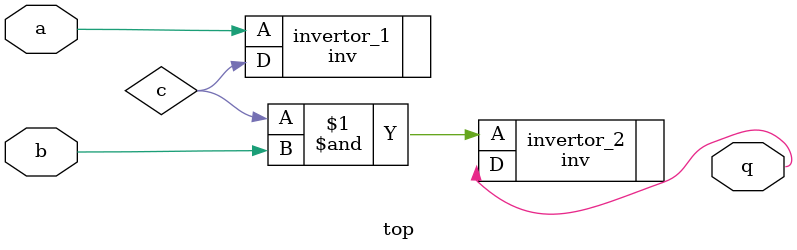
<source format=sv>
module top(
    input logic a,
    input logic b,
    output logic q
);

    logic c;
    
    inv invertor_1(
        .A(a),
        .D(c)
    );
    
    inv invertor_2(
        .A(c & b),
        .D(q)
    );


endmodule

</source>
